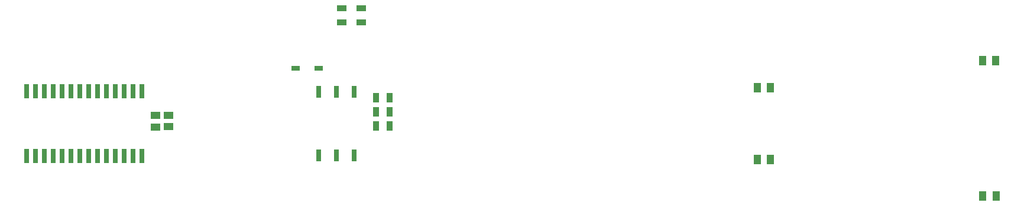
<source format=gbp>
G04 Layer_Color=128*
%FSLAX25Y25*%
%MOIN*%
G70*
G01*
G75*
%ADD18R,0.03150X0.06890*%
%ADD19R,0.04134X0.05512*%
%ADD20R,0.03740X0.05709*%
%ADD21R,0.05709X0.03740*%
%ADD22R,0.02559X0.08268*%
%ADD23R,0.04921X0.02953*%
%ADD24R,0.05787X0.04016*%
%ADD25R,0.05787X0.03898*%
D18*
X318051Y-93113D02*
D03*
X328051D02*
D03*
X338051D02*
D03*
Y-57287D02*
D03*
X328051D02*
D03*
X318051D02*
D03*
D19*
X700000Y-116400D02*
D03*
X692520D02*
D03*
X699902Y-39734D02*
D03*
X692421D02*
D03*
X565354Y-95442D02*
D03*
X572835D02*
D03*
X565354Y-54981D02*
D03*
X572835D02*
D03*
D20*
X350326Y-76742D02*
D03*
X358200D02*
D03*
X350326Y-68671D02*
D03*
X358200D02*
D03*
X350326Y-60600D02*
D03*
X358200D02*
D03*
D21*
X342300Y-17837D02*
D03*
Y-9963D02*
D03*
X331000Y-17837D02*
D03*
Y-9963D02*
D03*
D22*
X218500Y-56893D02*
D03*
X213500D02*
D03*
X208500D02*
D03*
X203500D02*
D03*
X198500D02*
D03*
X193500D02*
D03*
X188500D02*
D03*
X183500D02*
D03*
X178500D02*
D03*
X173500D02*
D03*
X168500D02*
D03*
X163500D02*
D03*
X158500D02*
D03*
X153500D02*
D03*
Y-93507D02*
D03*
X158500D02*
D03*
X163500D02*
D03*
X168500D02*
D03*
X173500D02*
D03*
X178500D02*
D03*
X183500D02*
D03*
X188500D02*
D03*
X193500D02*
D03*
X198500D02*
D03*
X203500D02*
D03*
X208500D02*
D03*
X213500D02*
D03*
X218500D02*
D03*
D23*
X305118Y-43769D02*
D03*
X318110D02*
D03*
D24*
X233563Y-70738D02*
D03*
Y-77037D02*
D03*
D25*
X226279Y-77116D02*
D03*
Y-70659D02*
D03*
M02*

</source>
